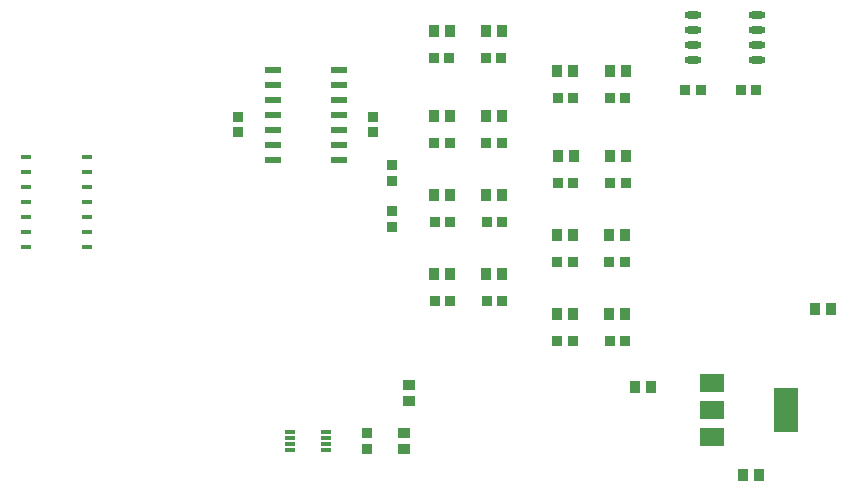
<source format=gbp>
%FSLAX23Y23*%
%MOIN*%
%SFA1B1*%

%IPPOS*%
%ADD16R,0.035430X0.039370*%
%ADD17R,0.039370X0.035430*%
%ADD26R,0.037400X0.033470*%
%ADD27R,0.033470X0.037400*%
%ADD28R,0.035000X0.016540*%
%ADD29R,0.057090X0.023620*%
%ADD30O,0.057090X0.023620*%
%ADD64R,0.078740X0.059060*%
%ADD65R,0.078740X0.149610*%
%ADD66R,0.035430X0.011810*%
%LNpedalboxrev2-1*%
%LPD*%
G54D16*
X3145Y376D03*
X3198D03*
X3506Y82D03*
X3560D03*
X3744Y636D03*
X3797D03*
X2703Y753D03*
X2650D03*
X2476D03*
X2529D03*
X3114Y1429D03*
X3061D03*
X2886D03*
X2939D03*
X2703Y1017D03*
X2650D03*
X2476D03*
X2529D03*
X3116Y1145D03*
X3062D03*
X2888D03*
X2941D03*
X2702Y1279D03*
X2649D03*
X2475D03*
X2528D03*
X2701Y1562D03*
X2648D03*
X2474D03*
X2527D03*
X3112Y883D03*
X3059D03*
X2884D03*
X2937D03*
X2885Y620D03*
X2938D03*
X3113D03*
X3060D03*
G54D17*
X2393Y382D03*
Y329D03*
X2374Y170D03*
Y223D03*
G54D26*
X2336Y1116D03*
Y1064D03*
Y911D03*
Y962D03*
X2273Y1227D03*
Y1278D03*
X1822Y1227D03*
Y1278D03*
X2251Y171D03*
Y222D03*
G54D27*
X3313Y1366D03*
X3365D03*
X3550D03*
X3499D03*
X2651Y664D03*
X2702D03*
X2477D03*
X2528D03*
X3062Y1339D03*
X3113D03*
X2887D03*
X2938D03*
X2651Y928D03*
X2702D03*
X2477D03*
X2528D03*
X3063Y1056D03*
X3115D03*
X2889D03*
X2940D03*
X2650Y1189D03*
X2701D03*
X2476D03*
X2527D03*
X2649Y1473D03*
X2700D03*
X2475D03*
X2526D03*
X3060Y794D03*
X3111D03*
X2885D03*
X2937D03*
X2886Y530D03*
X2937D03*
X3061D03*
X3112D03*
G54D28*
X1318Y1143D03*
Y1093D03*
Y1043D03*
Y993D03*
Y943D03*
Y893D03*
Y843D03*
X1114Y1143D03*
Y1093D03*
Y1043D03*
Y993D03*
Y943D03*
Y893D03*
Y843D03*
G54D29*
X2159Y1434D03*
Y1384D03*
Y1334D03*
Y1284D03*
Y1234D03*
Y1184D03*
Y1134D03*
X1938Y1434D03*
Y1384D03*
Y1334D03*
Y1284D03*
Y1234D03*
Y1184D03*
Y1134D03*
G54D30*
X3338Y1466D03*
Y1516D03*
Y1566D03*
Y1616D03*
X3553Y1466D03*
Y1516D03*
Y1566D03*
Y1616D03*
G54D64*
X3402Y209D03*
Y300D03*
Y390D03*
G54D65*
X3650Y300D03*
G54D66*
X2116Y227D03*
Y207D03*
Y187D03*
Y168D03*
X1994Y227D03*
Y207D03*
Y187D03*
Y168D03*
M02*
</source>
